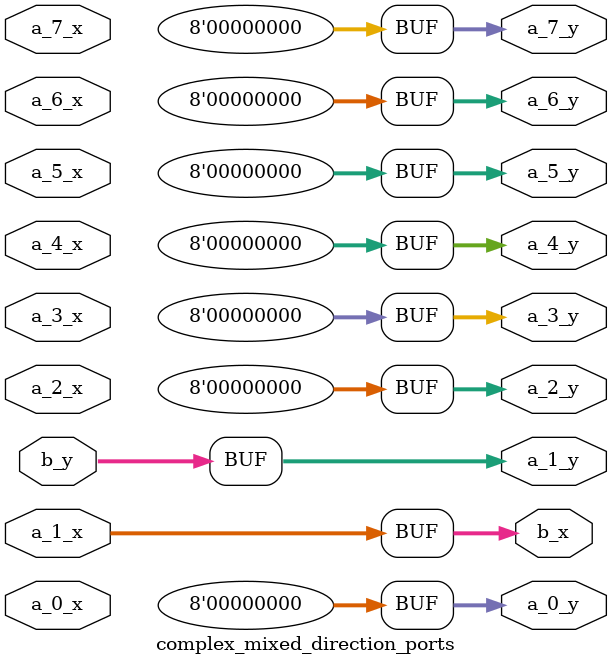
<source format=v>
module complex_mixed_direction_ports(	// <stdin>:1:1
  input  [7:0] a_0_x,
               a_1_x,
               a_2_x,
               a_3_x,
               a_4_x,
               a_5_x,
               a_6_x,
               a_7_x,
               b_y,
  output [7:0] a_0_y,
               a_1_y,
               a_2_y,
               a_3_y,
               a_4_y,
               a_5_y,
               a_6_y,
               a_7_y,
               b_x);

  assign a_0_y = 8'h0;	// <stdin>:2:10, :9:5
  assign a_1_y = b_y;	// <stdin>:9:5
  assign a_2_y = 8'h0;	// <stdin>:2:10, :9:5
  assign a_3_y = 8'h0;	// <stdin>:2:10, :9:5
  assign a_4_y = 8'h0;	// <stdin>:2:10, :9:5
  assign a_5_y = 8'h0;	// <stdin>:2:10, :9:5
  assign a_6_y = 8'h0;	// <stdin>:2:10, :9:5
  assign a_7_y = 8'h0;	// <stdin>:2:10, :9:5
  assign b_x = a_1_x;	// <stdin>:9:5
endmodule


</source>
